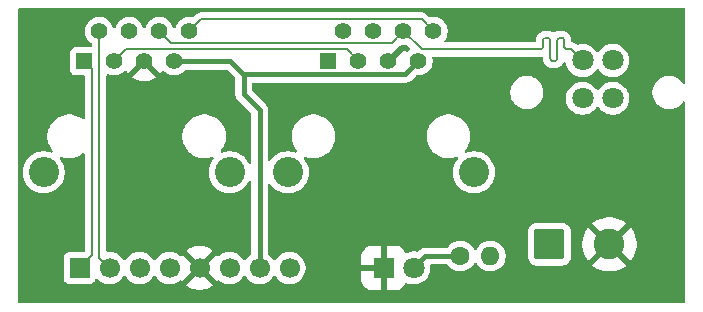
<source format=gbr>
G04 #@! TF.GenerationSoftware,KiCad,Pcbnew,9.0.1*
G04 #@! TF.CreationDate,2025-11-10T23:51:25+01:00*
G04 #@! TF.ProjectId,CAN Tram Adapter,43414e20-5472-4616-9d20-416461707465,rev?*
G04 #@! TF.SameCoordinates,Original*
G04 #@! TF.FileFunction,Copper,L1,Top*
G04 #@! TF.FilePolarity,Positive*
%FSLAX46Y46*%
G04 Gerber Fmt 4.6, Leading zero omitted, Abs format (unit mm)*
G04 Created by KiCad (PCBNEW 9.0.1) date 2025-11-10 23:51:25*
%MOMM*%
%LPD*%
G01*
G04 APERTURE LIST*
G04 Aperture macros list*
%AMRoundRect*
0 Rectangle with rounded corners*
0 $1 Rounding radius*
0 $2 $3 $4 $5 $6 $7 $8 $9 X,Y pos of 4 corners*
0 Add a 4 corners polygon primitive as box body*
4,1,4,$2,$3,$4,$5,$6,$7,$8,$9,$2,$3,0*
0 Add four circle primitives for the rounded corners*
1,1,$1+$1,$2,$3*
1,1,$1+$1,$4,$5*
1,1,$1+$1,$6,$7*
1,1,$1+$1,$8,$9*
0 Add four rect primitives between the rounded corners*
20,1,$1+$1,$2,$3,$4,$5,0*
20,1,$1+$1,$4,$5,$6,$7,0*
20,1,$1+$1,$6,$7,$8,$9,0*
20,1,$1+$1,$8,$9,$2,$3,0*%
G04 Aperture macros list end*
G04 #@! TA.AperFunction,ComponentPad*
%ADD10R,1.700000X1.700000*%
G04 #@! TD*
G04 #@! TA.AperFunction,ComponentPad*
%ADD11C,1.700000*%
G04 #@! TD*
G04 #@! TA.AperFunction,ComponentPad*
%ADD12C,2.550000*%
G04 #@! TD*
G04 #@! TA.AperFunction,ComponentPad*
%ADD13C,1.400000*%
G04 #@! TD*
G04 #@! TA.AperFunction,ComponentPad*
%ADD14R,1.400000X1.400000*%
G04 #@! TD*
G04 #@! TA.AperFunction,ComponentPad*
%ADD15C,1.800000*%
G04 #@! TD*
G04 #@! TA.AperFunction,ComponentPad*
%ADD16C,1.600000*%
G04 #@! TD*
G04 #@! TA.AperFunction,ComponentPad*
%ADD17O,1.600000X1.600000*%
G04 #@! TD*
G04 #@! TA.AperFunction,ComponentPad*
%ADD18RoundRect,0.250000X-1.050000X-1.050000X1.050000X-1.050000X1.050000X1.050000X-1.050000X1.050000X0*%
G04 #@! TD*
G04 #@! TA.AperFunction,ComponentPad*
%ADD19C,2.600000*%
G04 #@! TD*
G04 #@! TA.AperFunction,ComponentPad*
%ADD20R,1.800000X1.800000*%
G04 #@! TD*
G04 #@! TA.AperFunction,Conductor*
%ADD21C,0.400000*%
G04 #@! TD*
G04 #@! TA.AperFunction,Conductor*
%ADD22C,0.200000*%
G04 #@! TD*
G04 APERTURE END LIST*
D10*
X83220000Y-89500000D03*
D11*
X85760000Y-89500000D03*
X88300000Y-89500000D03*
X90840000Y-89500000D03*
X93380000Y-89500000D03*
X95920000Y-89500000D03*
X98460000Y-89500000D03*
X101000000Y-89500000D03*
D12*
X116610000Y-81400000D03*
X100860000Y-81400000D03*
D13*
X113180000Y-69460000D03*
X111910000Y-72000000D03*
X110640000Y-69460000D03*
X109370000Y-72000000D03*
X108100000Y-69460000D03*
X106830000Y-72000000D03*
X105560000Y-69460000D03*
D14*
X104290000Y-72000000D03*
D12*
X95930000Y-81400000D03*
X80180000Y-81400000D03*
D13*
X92500000Y-69460000D03*
X91230000Y-72000000D03*
X89960000Y-69460000D03*
X88690000Y-72000000D03*
X87420000Y-69460000D03*
X86150000Y-72000000D03*
X84880000Y-69460000D03*
D14*
X83610000Y-72000000D03*
D15*
X128355000Y-75135000D03*
X125805000Y-75135000D03*
X125805000Y-71935000D03*
X128355000Y-71935000D03*
D16*
X115460000Y-88500000D03*
D17*
X118000000Y-88500000D03*
D18*
X123000000Y-87500000D03*
D19*
X128080000Y-87500000D03*
D20*
X108960000Y-89500000D03*
D15*
X111500000Y-89500000D03*
D21*
X98460000Y-76110000D02*
X98460000Y-89500000D01*
X97100000Y-74750000D02*
X98460000Y-76110000D01*
X97100000Y-73107106D02*
X97100000Y-74750000D01*
X97093894Y-73101000D02*
X97100000Y-73107106D01*
D22*
X84880000Y-88620000D02*
X85760000Y-89500000D01*
X84880000Y-69460000D02*
X84880000Y-88620000D01*
X84291000Y-88429000D02*
X83220000Y-89500000D01*
X84291000Y-72681000D02*
X84291000Y-88429000D01*
X83610000Y-72000000D02*
X84291000Y-72681000D01*
D21*
X115460000Y-88500000D02*
X112500000Y-88500000D01*
X112500000Y-88500000D02*
X111500000Y-89500000D01*
D22*
X109639000Y-70461000D02*
X110640000Y-69460000D01*
X90961000Y-70461000D02*
X109639000Y-70461000D01*
X89960000Y-69460000D02*
X90961000Y-70461000D01*
X105829000Y-70999000D02*
X106830000Y-72000000D01*
X87151000Y-70999000D02*
X105829000Y-70999000D01*
X86150000Y-72000000D02*
X87151000Y-70999000D01*
X122460555Y-70239000D02*
X122460555Y-70759000D01*
X123060555Y-70759000D02*
X123060555Y-70239000D01*
X123660555Y-70759000D02*
X123660555Y-70999000D01*
X123060555Y-71759000D02*
X123060555Y-70999000D01*
X123060555Y-70999000D02*
X123060555Y-70759000D01*
X122100555Y-70999000D02*
X121828845Y-70999000D01*
X112179000Y-70999000D02*
X110640000Y-69460000D01*
X122220555Y-70999000D02*
X122100555Y-70999000D01*
X125805000Y-71935000D02*
X124869000Y-70999000D01*
X121828845Y-70999000D02*
X112179000Y-70999000D01*
X124020555Y-69999000D02*
X123900555Y-69999000D01*
X123660555Y-70239000D02*
X123660555Y-70759000D01*
X123420555Y-71999000D02*
X123300555Y-71999000D01*
X124260555Y-70759000D02*
X124260555Y-70239000D01*
X124869000Y-70999000D02*
X124500555Y-70999000D01*
X123660555Y-70999000D02*
X123660555Y-71759000D01*
X122820555Y-69999000D02*
X122700555Y-69999000D01*
X122700555Y-69999000D02*
G75*
G03*
X122460600Y-70239000I45J-240000D01*
G01*
X124260555Y-70239000D02*
G75*
G03*
X124020555Y-69999045I-239955J0D01*
G01*
X122460555Y-70759000D02*
G75*
G02*
X122220555Y-70998955I-239955J0D01*
G01*
X124500555Y-70999000D02*
G75*
G02*
X124260600Y-70759000I45J240000D01*
G01*
X123900555Y-69999000D02*
G75*
G03*
X123660600Y-70239000I45J-240000D01*
G01*
X123660555Y-71759000D02*
G75*
G02*
X123420555Y-71998955I-239955J0D01*
G01*
X123060555Y-70239000D02*
G75*
G03*
X122820555Y-69999045I-239955J0D01*
G01*
X123300555Y-71999000D02*
G75*
G02*
X123060600Y-71759000I45J240000D01*
G01*
D21*
X110809000Y-73101000D02*
X111910000Y-72000000D01*
X97093894Y-73101000D02*
X110809000Y-73101000D01*
X95992894Y-72000000D02*
X97093894Y-73101000D01*
X91230000Y-72000000D02*
X95992894Y-72000000D01*
D22*
X112179000Y-68459000D02*
X113180000Y-69460000D01*
X93501000Y-68459000D02*
X112179000Y-68459000D01*
X92500000Y-69460000D02*
X93501000Y-68459000D01*
G04 #@! TA.AperFunction,Conductor*
G36*
X88270667Y-72173694D02*
G01*
X88329910Y-72276306D01*
X88413694Y-72360090D01*
X88516306Y-72419333D01*
X88601414Y-72442137D01*
X87677595Y-73365955D01*
X87677595Y-73365956D01*
X87743507Y-73416533D01*
X87936485Y-73527949D01*
X87936497Y-73527954D01*
X88142381Y-73613236D01*
X88357632Y-73670911D01*
X88357645Y-73670914D01*
X88578575Y-73700000D01*
X88801425Y-73700000D01*
X89022354Y-73670914D01*
X89022367Y-73670911D01*
X89237618Y-73613236D01*
X89443502Y-73527954D01*
X89443514Y-73527949D01*
X89636498Y-73416530D01*
X89702403Y-73365957D01*
X89702404Y-73365956D01*
X88778585Y-72442138D01*
X88863694Y-72419333D01*
X88966306Y-72360090D01*
X89050090Y-72276306D01*
X89109333Y-72173694D01*
X89132138Y-72088585D01*
X90055956Y-73012404D01*
X90055957Y-73012403D01*
X90106530Y-72946497D01*
X90106531Y-72946497D01*
X90161965Y-72850480D01*
X90212531Y-72802263D01*
X90281138Y-72789039D01*
X90346003Y-72815006D01*
X90357034Y-72824797D01*
X90447927Y-72915690D01*
X90600801Y-73026760D01*
X90661218Y-73057544D01*
X90769163Y-73112545D01*
X90769165Y-73112545D01*
X90769168Y-73112547D01*
X90831537Y-73132812D01*
X90948881Y-73170940D01*
X91135514Y-73200500D01*
X91135519Y-73200500D01*
X91324486Y-73200500D01*
X91511118Y-73170940D01*
X91690832Y-73112547D01*
X91859199Y-73026760D01*
X92012073Y-72915690D01*
X92145690Y-72782073D01*
X92167821Y-72751613D01*
X92223152Y-72708948D01*
X92268138Y-72700500D01*
X95651375Y-72700500D01*
X95718414Y-72720185D01*
X95739056Y-72736819D01*
X96363181Y-73360944D01*
X96396666Y-73422267D01*
X96399500Y-73448625D01*
X96399500Y-74681006D01*
X96399500Y-74818994D01*
X96399500Y-74818996D01*
X96399499Y-74818996D01*
X96426418Y-74954322D01*
X96426421Y-74954332D01*
X96479222Y-75081807D01*
X96555887Y-75196545D01*
X96555888Y-75196546D01*
X97723181Y-76363837D01*
X97756666Y-76425160D01*
X97759500Y-76451518D01*
X97759500Y-80555089D01*
X97739815Y-80622128D01*
X97687011Y-80667883D01*
X97617853Y-80677827D01*
X97554297Y-80648802D01*
X97528910Y-80615930D01*
X97527845Y-80616546D01*
X97409446Y-80411475D01*
X97409442Y-80411468D01*
X97267756Y-80226819D01*
X97267751Y-80226813D01*
X97103186Y-80062248D01*
X97103179Y-80062242D01*
X96918540Y-79920564D01*
X96918538Y-79920562D01*
X96918532Y-79920558D01*
X96918527Y-79920555D01*
X96918524Y-79920553D01*
X96716976Y-79804188D01*
X96716960Y-79804180D01*
X96501947Y-79715120D01*
X96438894Y-79698225D01*
X96277126Y-79654879D01*
X96277125Y-79654878D01*
X96277122Y-79654878D01*
X96046382Y-79624501D01*
X96046377Y-79624500D01*
X96046372Y-79624500D01*
X95813628Y-79624500D01*
X95813622Y-79624500D01*
X95813617Y-79624501D01*
X95582877Y-79654878D01*
X95358056Y-79715119D01*
X95341362Y-79722034D01*
X95271892Y-79729501D01*
X95209414Y-79698225D01*
X95173762Y-79638136D01*
X95176257Y-79568311D01*
X95195535Y-79531986D01*
X95311936Y-79380289D01*
X95433224Y-79170212D01*
X95526054Y-78946100D01*
X95588838Y-78711789D01*
X95620500Y-78471288D01*
X95620500Y-78228712D01*
X95588838Y-77988211D01*
X95526054Y-77753900D01*
X95433224Y-77529788D01*
X95311936Y-77319711D01*
X95164265Y-77127262D01*
X95164260Y-77127256D01*
X94992743Y-76955739D01*
X94992736Y-76955733D01*
X94800293Y-76808067D01*
X94800292Y-76808066D01*
X94800289Y-76808064D01*
X94590212Y-76686776D01*
X94590205Y-76686773D01*
X94366104Y-76593947D01*
X94131785Y-76531161D01*
X93891289Y-76499500D01*
X93891288Y-76499500D01*
X93648712Y-76499500D01*
X93648711Y-76499500D01*
X93408214Y-76531161D01*
X93173895Y-76593947D01*
X92949794Y-76686773D01*
X92949785Y-76686777D01*
X92767851Y-76791817D01*
X92749657Y-76802322D01*
X92739706Y-76808067D01*
X92547263Y-76955733D01*
X92547256Y-76955739D01*
X92375739Y-77127256D01*
X92375733Y-77127263D01*
X92228067Y-77319706D01*
X92106777Y-77529785D01*
X92106773Y-77529794D01*
X92013947Y-77753895D01*
X91951161Y-77988214D01*
X91919500Y-78228711D01*
X91919500Y-78471288D01*
X91951161Y-78711785D01*
X92013947Y-78946104D01*
X92106773Y-79170205D01*
X92106776Y-79170212D01*
X92228064Y-79380289D01*
X92228066Y-79380292D01*
X92228067Y-79380293D01*
X92375733Y-79572736D01*
X92375739Y-79572743D01*
X92547256Y-79744260D01*
X92547262Y-79744265D01*
X92739711Y-79891936D01*
X92949788Y-80013224D01*
X93173900Y-80106054D01*
X93408211Y-80168838D01*
X93588586Y-80192584D01*
X93648711Y-80200500D01*
X93648712Y-80200500D01*
X93891289Y-80200500D01*
X93939388Y-80194167D01*
X94131789Y-80168838D01*
X94366100Y-80106054D01*
X94405903Y-80089566D01*
X94475372Y-80082098D01*
X94537851Y-80113373D01*
X94573504Y-80173461D01*
X94571011Y-80243286D01*
X94551732Y-80279614D01*
X94450564Y-80411458D01*
X94450553Y-80411475D01*
X94334188Y-80613023D01*
X94334180Y-80613039D01*
X94245120Y-80828052D01*
X94184878Y-81052877D01*
X94154501Y-81283617D01*
X94154500Y-81283634D01*
X94154500Y-81516365D01*
X94154501Y-81516382D01*
X94184878Y-81747122D01*
X94245120Y-81971947D01*
X94334180Y-82186960D01*
X94334188Y-82186976D01*
X94450553Y-82388524D01*
X94450564Y-82388540D01*
X94592242Y-82573179D01*
X94592248Y-82573186D01*
X94756813Y-82737751D01*
X94756819Y-82737756D01*
X94941468Y-82879442D01*
X94941475Y-82879446D01*
X95143023Y-82995811D01*
X95143039Y-82995819D01*
X95358052Y-83084879D01*
X95358054Y-83084879D01*
X95358060Y-83084882D01*
X95582874Y-83145121D01*
X95813628Y-83175500D01*
X95813635Y-83175500D01*
X96046365Y-83175500D01*
X96046372Y-83175500D01*
X96277126Y-83145121D01*
X96501940Y-83084882D01*
X96559953Y-83060852D01*
X96716960Y-82995819D01*
X96716963Y-82995817D01*
X96716969Y-82995815D01*
X96918532Y-82879442D01*
X97103181Y-82737756D01*
X97267756Y-82573181D01*
X97409442Y-82388532D01*
X97520179Y-82196731D01*
X97527845Y-82183454D01*
X97529504Y-82184412D01*
X97571551Y-82138672D01*
X97639139Y-82120963D01*
X97705572Y-82142607D01*
X97749757Y-82196731D01*
X97759500Y-82244910D01*
X97759500Y-88276452D01*
X97739815Y-88343491D01*
X97708385Y-88376770D01*
X97580213Y-88469890D01*
X97429890Y-88620213D01*
X97304949Y-88792182D01*
X97300484Y-88800946D01*
X97252509Y-88851742D01*
X97184688Y-88868536D01*
X97118553Y-88845998D01*
X97079516Y-88800946D01*
X97075050Y-88792182D01*
X96950109Y-88620213D01*
X96799786Y-88469890D01*
X96627820Y-88344951D01*
X96438414Y-88248444D01*
X96438413Y-88248443D01*
X96438412Y-88248443D01*
X96236243Y-88182754D01*
X96236241Y-88182753D01*
X96236240Y-88182753D01*
X96074957Y-88157208D01*
X96026287Y-88149500D01*
X95813713Y-88149500D01*
X95765042Y-88157208D01*
X95603760Y-88182753D01*
X95401585Y-88248444D01*
X95212179Y-88344951D01*
X95061681Y-88454294D01*
X94995874Y-88477774D01*
X94927821Y-88461948D01*
X94890420Y-88429462D01*
X94852938Y-88380614D01*
X94852936Y-88380614D01*
X93862962Y-89370589D01*
X93845925Y-89307007D01*
X93780099Y-89192993D01*
X93687007Y-89099901D01*
X93572993Y-89034075D01*
X93509407Y-89017037D01*
X94499384Y-88027061D01*
X94410010Y-87958481D01*
X94199992Y-87837227D01*
X94199978Y-87837220D01*
X93975939Y-87744421D01*
X93741687Y-87681653D01*
X93501264Y-87650001D01*
X93501248Y-87650000D01*
X93258752Y-87650000D01*
X93258735Y-87650001D01*
X93018312Y-87681653D01*
X92784060Y-87744421D01*
X92560021Y-87837220D01*
X92560006Y-87837227D01*
X92349990Y-87958480D01*
X92260614Y-88027060D01*
X92260614Y-88027061D01*
X93250590Y-89017037D01*
X93187007Y-89034075D01*
X93072993Y-89099901D01*
X92979901Y-89192993D01*
X92914075Y-89307007D01*
X92897037Y-89370590D01*
X91907061Y-88380614D01*
X91907059Y-88380614D01*
X91869579Y-88429461D01*
X91813151Y-88470664D01*
X91743405Y-88474819D01*
X91698318Y-88454294D01*
X91547815Y-88344948D01*
X91358414Y-88248444D01*
X91358413Y-88248443D01*
X91358412Y-88248443D01*
X91156243Y-88182754D01*
X90946287Y-88149500D01*
X90733713Y-88149500D01*
X90685042Y-88157208D01*
X90523760Y-88182753D01*
X90321585Y-88248444D01*
X90132179Y-88344951D01*
X89960213Y-88469890D01*
X89809890Y-88620213D01*
X89684949Y-88792182D01*
X89680484Y-88800946D01*
X89632509Y-88851742D01*
X89564688Y-88868536D01*
X89498553Y-88845998D01*
X89459516Y-88800946D01*
X89455050Y-88792182D01*
X89330109Y-88620213D01*
X89179786Y-88469890D01*
X89007820Y-88344951D01*
X88818414Y-88248444D01*
X88818413Y-88248443D01*
X88818412Y-88248443D01*
X88616243Y-88182754D01*
X88616241Y-88182753D01*
X88616240Y-88182753D01*
X88454957Y-88157208D01*
X88406287Y-88149500D01*
X88193713Y-88149500D01*
X88145042Y-88157208D01*
X87983760Y-88182753D01*
X87781585Y-88248444D01*
X87592179Y-88344951D01*
X87420213Y-88469890D01*
X87269890Y-88620213D01*
X87144949Y-88792182D01*
X87140484Y-88800946D01*
X87092509Y-88851742D01*
X87024688Y-88868536D01*
X86958553Y-88845998D01*
X86919516Y-88800946D01*
X86915050Y-88792182D01*
X86790109Y-88620213D01*
X86639786Y-88469890D01*
X86467820Y-88344951D01*
X86278414Y-88248444D01*
X86278413Y-88248443D01*
X86278412Y-88248443D01*
X86076243Y-88182754D01*
X86076241Y-88182753D01*
X86076240Y-88182753D01*
X85914957Y-88157208D01*
X85866287Y-88149500D01*
X85653713Y-88149500D01*
X85623897Y-88154222D01*
X85554603Y-88145266D01*
X85501152Y-88100269D01*
X85480513Y-88033517D01*
X85480500Y-88031748D01*
X85480500Y-73208575D01*
X85500185Y-73141536D01*
X85552989Y-73095781D01*
X85622147Y-73085837D01*
X85660796Y-73098091D01*
X85689161Y-73112544D01*
X85689164Y-73112544D01*
X85689168Y-73112547D01*
X85785333Y-73143793D01*
X85868881Y-73170940D01*
X86055514Y-73200500D01*
X86055519Y-73200500D01*
X86244486Y-73200500D01*
X86275865Y-73195530D01*
X86431118Y-73170940D01*
X86610832Y-73112547D01*
X86779199Y-73026760D01*
X86932073Y-72915690D01*
X87022967Y-72824795D01*
X87084286Y-72791313D01*
X87153978Y-72796297D01*
X87209912Y-72838168D01*
X87218032Y-72850479D01*
X87273468Y-72946497D01*
X87273473Y-72946504D01*
X87324040Y-73012403D01*
X87324043Y-73012403D01*
X88247861Y-72088584D01*
X88270667Y-72173694D01*
G37*
G04 #@! TD.AperFunction*
G04 #@! TA.AperFunction,Conductor*
G36*
X110963045Y-70644228D02*
G01*
X111000831Y-70670066D01*
X111191579Y-70860814D01*
X111197485Y-70871631D01*
X111206949Y-70879528D01*
X111213916Y-70901722D01*
X111225064Y-70922137D01*
X111224184Y-70934429D01*
X111227877Y-70946190D01*
X111221739Y-70968626D01*
X111220080Y-70991829D01*
X111212692Y-71001696D01*
X111209441Y-71013584D01*
X111186828Y-71040683D01*
X111182015Y-71045012D01*
X111127927Y-71084310D01*
X111034722Y-71177514D01*
X111032283Y-71179709D01*
X111003608Y-71193453D01*
X110975710Y-71208687D01*
X110972333Y-71208445D01*
X110969278Y-71209910D01*
X110937731Y-71205970D01*
X110906019Y-71203703D01*
X110903306Y-71201672D01*
X110899947Y-71201253D01*
X110875544Y-71180889D01*
X110850085Y-71161831D01*
X110848901Y-71158656D01*
X110846302Y-71156488D01*
X110841965Y-71149520D01*
X110786531Y-71053504D01*
X110735956Y-70987595D01*
X110735955Y-70987595D01*
X109812137Y-71911413D01*
X109789333Y-71826306D01*
X109730090Y-71723694D01*
X109646306Y-71639910D01*
X109543694Y-71580667D01*
X109458584Y-71557861D01*
X110337190Y-70679255D01*
X110398513Y-70645770D01*
X110444264Y-70644463D01*
X110504985Y-70654080D01*
X110545515Y-70660500D01*
X110545519Y-70660500D01*
X110734486Y-70660500D01*
X110851017Y-70642042D01*
X110893753Y-70635274D01*
X110963045Y-70644228D01*
G37*
G04 #@! TD.AperFunction*
G04 #@! TA.AperFunction,Conductor*
G36*
X134442539Y-67520185D02*
G01*
X134488294Y-67572989D01*
X134499500Y-67624500D01*
X134499500Y-73772530D01*
X134479815Y-73839569D01*
X134427011Y-73885324D01*
X134357853Y-73895268D01*
X134294297Y-73866243D01*
X134275182Y-73845415D01*
X134193247Y-73732641D01*
X134193243Y-73732636D01*
X134037363Y-73576756D01*
X134037358Y-73576752D01*
X133859025Y-73447187D01*
X133859024Y-73447186D01*
X133859022Y-73447185D01*
X133761046Y-73397263D01*
X133662606Y-73347104D01*
X133662603Y-73347103D01*
X133452952Y-73278985D01*
X133344086Y-73261742D01*
X133235222Y-73244500D01*
X133014778Y-73244500D01*
X132942201Y-73255995D01*
X132797047Y-73278985D01*
X132587396Y-73347103D01*
X132587393Y-73347104D01*
X132390974Y-73447187D01*
X132212641Y-73576752D01*
X132212636Y-73576756D01*
X132056756Y-73732636D01*
X132056752Y-73732641D01*
X131927187Y-73910974D01*
X131827104Y-74107393D01*
X131827103Y-74107396D01*
X131758985Y-74317047D01*
X131724500Y-74534778D01*
X131724500Y-74755221D01*
X131758985Y-74972952D01*
X131827103Y-75182603D01*
X131827104Y-75182606D01*
X131927187Y-75379025D01*
X132056752Y-75557358D01*
X132056756Y-75557363D01*
X132212636Y-75713243D01*
X132212641Y-75713247D01*
X132368192Y-75826260D01*
X132390978Y-75842815D01*
X132514331Y-75905667D01*
X132587393Y-75942895D01*
X132587396Y-75942896D01*
X132692221Y-75976955D01*
X132797049Y-76011015D01*
X133014778Y-76045500D01*
X133014779Y-76045500D01*
X133235221Y-76045500D01*
X133235222Y-76045500D01*
X133452951Y-76011015D01*
X133662606Y-75942895D01*
X133859022Y-75842815D01*
X134037365Y-75713242D01*
X134193242Y-75557365D01*
X134275182Y-75444582D01*
X134330511Y-75401918D01*
X134400124Y-75395939D01*
X134461920Y-75428544D01*
X134496277Y-75489383D01*
X134499500Y-75517469D01*
X134499500Y-92375500D01*
X134479815Y-92442539D01*
X134427011Y-92488294D01*
X134375500Y-92499500D01*
X78124500Y-92499500D01*
X78057461Y-92479815D01*
X78011706Y-92427011D01*
X78000500Y-92375500D01*
X78000500Y-81283634D01*
X78404500Y-81283634D01*
X78404500Y-81516365D01*
X78404501Y-81516382D01*
X78434878Y-81747122D01*
X78495120Y-81971947D01*
X78584180Y-82186960D01*
X78584188Y-82186976D01*
X78700553Y-82388524D01*
X78700564Y-82388540D01*
X78842242Y-82573179D01*
X78842248Y-82573186D01*
X79006813Y-82737751D01*
X79006819Y-82737756D01*
X79191468Y-82879442D01*
X79191475Y-82879446D01*
X79393023Y-82995811D01*
X79393039Y-82995819D01*
X79608052Y-83084879D01*
X79608054Y-83084879D01*
X79608060Y-83084882D01*
X79832874Y-83145121D01*
X80063628Y-83175500D01*
X80063635Y-83175500D01*
X80296365Y-83175500D01*
X80296372Y-83175500D01*
X80527126Y-83145121D01*
X80751940Y-83084882D01*
X80809953Y-83060852D01*
X80966960Y-82995819D01*
X80966963Y-82995817D01*
X80966969Y-82995815D01*
X81168532Y-82879442D01*
X81353181Y-82737756D01*
X81517756Y-82573181D01*
X81659442Y-82388532D01*
X81775815Y-82186969D01*
X81864882Y-81971940D01*
X81925121Y-81747126D01*
X81955500Y-81516372D01*
X81955500Y-81283628D01*
X81925121Y-81052874D01*
X81864882Y-80828060D01*
X81864879Y-80828052D01*
X81775819Y-80613039D01*
X81775811Y-80613023D01*
X81659446Y-80411475D01*
X81659442Y-80411468D01*
X81558267Y-80279614D01*
X81533073Y-80214445D01*
X81547111Y-80146000D01*
X81595925Y-80096011D01*
X81664017Y-80080347D01*
X81704096Y-80089567D01*
X81743895Y-80106052D01*
X81743900Y-80106054D01*
X81978211Y-80168838D01*
X82158586Y-80192584D01*
X82218711Y-80200500D01*
X82218712Y-80200500D01*
X82461289Y-80200500D01*
X82509388Y-80194167D01*
X82701789Y-80168838D01*
X82936100Y-80106054D01*
X83160212Y-80013224D01*
X83370289Y-79891936D01*
X83491014Y-79799301D01*
X83556183Y-79774107D01*
X83624628Y-79788145D01*
X83674617Y-79836959D01*
X83690500Y-79897677D01*
X83690500Y-88025500D01*
X83670815Y-88092539D01*
X83618011Y-88138294D01*
X83566500Y-88149500D01*
X82322129Y-88149500D01*
X82322123Y-88149501D01*
X82262516Y-88155908D01*
X82127671Y-88206202D01*
X82127664Y-88206206D01*
X82012455Y-88292452D01*
X82012452Y-88292455D01*
X81926206Y-88407664D01*
X81926202Y-88407671D01*
X81875908Y-88542517D01*
X81869501Y-88602116D01*
X81869500Y-88602135D01*
X81869500Y-90397870D01*
X81869501Y-90397876D01*
X81875908Y-90457483D01*
X81926202Y-90592328D01*
X81926206Y-90592335D01*
X82012452Y-90707544D01*
X82012455Y-90707547D01*
X82127664Y-90793793D01*
X82127671Y-90793797D01*
X82262517Y-90844091D01*
X82262516Y-90844091D01*
X82269444Y-90844835D01*
X82322127Y-90850500D01*
X84117872Y-90850499D01*
X84177483Y-90844091D01*
X84312331Y-90793796D01*
X84427546Y-90707546D01*
X84513796Y-90592331D01*
X84562810Y-90460916D01*
X84604681Y-90404984D01*
X84670145Y-90380566D01*
X84738418Y-90395417D01*
X84766673Y-90416569D01*
X84880213Y-90530109D01*
X85052179Y-90655048D01*
X85052181Y-90655049D01*
X85052184Y-90655051D01*
X85241588Y-90751557D01*
X85443757Y-90817246D01*
X85653713Y-90850500D01*
X85653714Y-90850500D01*
X85866286Y-90850500D01*
X85866287Y-90850500D01*
X86076243Y-90817246D01*
X86278412Y-90751557D01*
X86467816Y-90655051D01*
X86554138Y-90592335D01*
X86639786Y-90530109D01*
X86639788Y-90530106D01*
X86639792Y-90530104D01*
X86790104Y-90379792D01*
X86790106Y-90379788D01*
X86790109Y-90379786D01*
X86915048Y-90207820D01*
X86915047Y-90207820D01*
X86915051Y-90207816D01*
X86919514Y-90199054D01*
X86967488Y-90148259D01*
X87035308Y-90131463D01*
X87101444Y-90153999D01*
X87140486Y-90199056D01*
X87144951Y-90207820D01*
X87269890Y-90379786D01*
X87420213Y-90530109D01*
X87592179Y-90655048D01*
X87592181Y-90655049D01*
X87592184Y-90655051D01*
X87781588Y-90751557D01*
X87983757Y-90817246D01*
X88193713Y-90850500D01*
X88193714Y-90850500D01*
X88406286Y-90850500D01*
X88406287Y-90850500D01*
X88616243Y-90817246D01*
X88818412Y-90751557D01*
X89007816Y-90655051D01*
X89094138Y-90592335D01*
X89179786Y-90530109D01*
X89179788Y-90530106D01*
X89179792Y-90530104D01*
X89330104Y-90379792D01*
X89330106Y-90379788D01*
X89330109Y-90379786D01*
X89455048Y-90207820D01*
X89455047Y-90207820D01*
X89455051Y-90207816D01*
X89459514Y-90199054D01*
X89507488Y-90148259D01*
X89575308Y-90131463D01*
X89641444Y-90153999D01*
X89680486Y-90199056D01*
X89684951Y-90207820D01*
X89809890Y-90379786D01*
X89960213Y-90530109D01*
X90132179Y-90655048D01*
X90132181Y-90655049D01*
X90132184Y-90655051D01*
X90321588Y-90751557D01*
X90523757Y-90817246D01*
X90733713Y-90850500D01*
X90733714Y-90850500D01*
X90946286Y-90850500D01*
X90946287Y-90850500D01*
X91156243Y-90817246D01*
X91358412Y-90751557D01*
X91547816Y-90655051D01*
X91698318Y-90545706D01*
X91764124Y-90522226D01*
X91832178Y-90538052D01*
X91869579Y-90570537D01*
X91907061Y-90619384D01*
X92897037Y-89629408D01*
X92914075Y-89692993D01*
X92979901Y-89807007D01*
X93072993Y-89900099D01*
X93187007Y-89965925D01*
X93250590Y-89982962D01*
X92260614Y-90972936D01*
X92260614Y-90972937D01*
X92349989Y-91041517D01*
X92349996Y-91041522D01*
X92560007Y-91162772D01*
X92560021Y-91162779D01*
X92784060Y-91255578D01*
X93018312Y-91318346D01*
X93258735Y-91349998D01*
X93258752Y-91350000D01*
X93501248Y-91350000D01*
X93501264Y-91349998D01*
X93741687Y-91318346D01*
X93975939Y-91255578D01*
X94199978Y-91162779D01*
X94199992Y-91162772D01*
X94410016Y-91041515D01*
X94499384Y-90972939D01*
X94499384Y-90972936D01*
X93509409Y-89982962D01*
X93572993Y-89965925D01*
X93687007Y-89900099D01*
X93780099Y-89807007D01*
X93845925Y-89692993D01*
X93862962Y-89629409D01*
X94852936Y-90619384D01*
X94852937Y-90619384D01*
X94890420Y-90570537D01*
X94946848Y-90529335D01*
X95016595Y-90525180D01*
X95061681Y-90545706D01*
X95212179Y-90655048D01*
X95212181Y-90655049D01*
X95212184Y-90655051D01*
X95401588Y-90751557D01*
X95603757Y-90817246D01*
X95813713Y-90850500D01*
X95813714Y-90850500D01*
X96026286Y-90850500D01*
X96026287Y-90850500D01*
X96236243Y-90817246D01*
X96438412Y-90751557D01*
X96627816Y-90655051D01*
X96714138Y-90592335D01*
X96799786Y-90530109D01*
X96799788Y-90530106D01*
X96799792Y-90530104D01*
X96950104Y-90379792D01*
X96950106Y-90379788D01*
X96950109Y-90379786D01*
X97075048Y-90207820D01*
X97075047Y-90207820D01*
X97075051Y-90207816D01*
X97079514Y-90199054D01*
X97127488Y-90148259D01*
X97195308Y-90131463D01*
X97261444Y-90153999D01*
X97300486Y-90199056D01*
X97304951Y-90207820D01*
X97429890Y-90379786D01*
X97580213Y-90530109D01*
X97752179Y-90655048D01*
X97752181Y-90655049D01*
X97752184Y-90655051D01*
X97941588Y-90751557D01*
X98143757Y-90817246D01*
X98353713Y-90850500D01*
X98353714Y-90850500D01*
X98566286Y-90850500D01*
X98566287Y-90850500D01*
X98776243Y-90817246D01*
X98978412Y-90751557D01*
X99167816Y-90655051D01*
X99254138Y-90592335D01*
X99339786Y-90530109D01*
X99339788Y-90530106D01*
X99339792Y-90530104D01*
X99490104Y-90379792D01*
X99490106Y-90379788D01*
X99490109Y-90379786D01*
X99615048Y-90207820D01*
X99615047Y-90207820D01*
X99615051Y-90207816D01*
X99619514Y-90199054D01*
X99667488Y-90148259D01*
X99735308Y-90131463D01*
X99801444Y-90153999D01*
X99840486Y-90199056D01*
X99844951Y-90207820D01*
X99969890Y-90379786D01*
X100120213Y-90530109D01*
X100292179Y-90655048D01*
X100292181Y-90655049D01*
X100292184Y-90655051D01*
X100481588Y-90751557D01*
X100683757Y-90817246D01*
X100893713Y-90850500D01*
X100893714Y-90850500D01*
X101106286Y-90850500D01*
X101106287Y-90850500D01*
X101316243Y-90817246D01*
X101518412Y-90751557D01*
X101707816Y-90655051D01*
X101794138Y-90592335D01*
X101879786Y-90530109D01*
X101879788Y-90530106D01*
X101879792Y-90530104D01*
X102030104Y-90379792D01*
X102030106Y-90379788D01*
X102030109Y-90379786D01*
X102155048Y-90207820D01*
X102155047Y-90207820D01*
X102155051Y-90207816D01*
X102251557Y-90018412D01*
X102317246Y-89816243D01*
X102350500Y-89606287D01*
X102350500Y-89393713D01*
X102317246Y-89183757D01*
X102251557Y-88981588D01*
X102155051Y-88792184D01*
X102155049Y-88792181D01*
X102155048Y-88792179D01*
X102030111Y-88620216D01*
X102030103Y-88620207D01*
X101951895Y-88541999D01*
X107060000Y-88541999D01*
X107060000Y-89250000D01*
X108584722Y-89250000D01*
X108540667Y-89326306D01*
X108510000Y-89440756D01*
X108510000Y-89559244D01*
X108540667Y-89673694D01*
X108584722Y-89750000D01*
X107060000Y-89750000D01*
X107060000Y-90458000D01*
X107070608Y-90577325D01*
X107070609Y-90577328D01*
X107126557Y-90772861D01*
X107220721Y-90953129D01*
X107349246Y-91110753D01*
X107506870Y-91239278D01*
X107687138Y-91333442D01*
X107882671Y-91389390D01*
X107882674Y-91389391D01*
X108001999Y-91399999D01*
X108002002Y-91400000D01*
X108710000Y-91400000D01*
X108710000Y-89875277D01*
X108786306Y-89919333D01*
X108900756Y-89950000D01*
X109019244Y-89950000D01*
X109133694Y-89919333D01*
X109210000Y-89875277D01*
X109210000Y-91400000D01*
X109917998Y-91400000D01*
X109918000Y-91399999D01*
X110037325Y-91389391D01*
X110037328Y-91389390D01*
X110232861Y-91333442D01*
X110413129Y-91239278D01*
X110570753Y-91110753D01*
X110699278Y-90953129D01*
X110761797Y-90833444D01*
X110810284Y-90783136D01*
X110878271Y-90767029D01*
X110927999Y-90780370D01*
X110962394Y-90797895D01*
X110962395Y-90797895D01*
X110962396Y-90797896D01*
X111021951Y-90817246D01*
X111172049Y-90866015D01*
X111389778Y-90900500D01*
X111389779Y-90900500D01*
X111610221Y-90900500D01*
X111610222Y-90900500D01*
X111827951Y-90866015D01*
X112037606Y-90797895D01*
X112234022Y-90697815D01*
X112412365Y-90568242D01*
X112568242Y-90412365D01*
X112697815Y-90234022D01*
X112797895Y-90037606D01*
X112866015Y-89827951D01*
X112900500Y-89610222D01*
X112900500Y-89389778D01*
X112893233Y-89343897D01*
X112902187Y-89274605D01*
X112947183Y-89221153D01*
X113013935Y-89200513D01*
X113015706Y-89200500D01*
X114298256Y-89200500D01*
X114365295Y-89220185D01*
X114398575Y-89251616D01*
X114468030Y-89347215D01*
X114612786Y-89491971D01*
X114714441Y-89565826D01*
X114778390Y-89612287D01*
X114894607Y-89671503D01*
X114960776Y-89705218D01*
X114960778Y-89705218D01*
X114960781Y-89705220D01*
X115065137Y-89739127D01*
X115155465Y-89768477D01*
X115256557Y-89784488D01*
X115357648Y-89800500D01*
X115357649Y-89800500D01*
X115562351Y-89800500D01*
X115562352Y-89800500D01*
X115764534Y-89768477D01*
X115959219Y-89705220D01*
X116141610Y-89612287D01*
X116234590Y-89544732D01*
X116307213Y-89491971D01*
X116307215Y-89491968D01*
X116307219Y-89491966D01*
X116451966Y-89347219D01*
X116451968Y-89347215D01*
X116451971Y-89347213D01*
X116572284Y-89181614D01*
X116572285Y-89181613D01*
X116572287Y-89181610D01*
X116619516Y-89088917D01*
X116667489Y-89038123D01*
X116735310Y-89021328D01*
X116801445Y-89043865D01*
X116840483Y-89088917D01*
X116867894Y-89142713D01*
X116887715Y-89181614D01*
X117008028Y-89347213D01*
X117152786Y-89491971D01*
X117254441Y-89565826D01*
X117318390Y-89612287D01*
X117434607Y-89671503D01*
X117500776Y-89705218D01*
X117500778Y-89705218D01*
X117500781Y-89705220D01*
X117605137Y-89739127D01*
X117695465Y-89768477D01*
X117796557Y-89784488D01*
X117897648Y-89800500D01*
X117897649Y-89800500D01*
X118102351Y-89800500D01*
X118102352Y-89800500D01*
X118304534Y-89768477D01*
X118499219Y-89705220D01*
X118681610Y-89612287D01*
X118774590Y-89544732D01*
X118847213Y-89491971D01*
X118847215Y-89491968D01*
X118847219Y-89491966D01*
X118991966Y-89347219D01*
X118991968Y-89347215D01*
X118991971Y-89347213D01*
X119073632Y-89234814D01*
X119112287Y-89181610D01*
X119205220Y-88999219D01*
X119268477Y-88804534D01*
X119300500Y-88602352D01*
X119300500Y-88397648D01*
X119297193Y-88376770D01*
X119268477Y-88195465D01*
X119220195Y-88046870D01*
X119205220Y-88000781D01*
X119205218Y-88000778D01*
X119205218Y-88000776D01*
X119171503Y-87934607D01*
X119112287Y-87818390D01*
X119092424Y-87791051D01*
X118991971Y-87652786D01*
X118847213Y-87508028D01*
X118681613Y-87387715D01*
X118681612Y-87387714D01*
X118681610Y-87387713D01*
X118606103Y-87349240D01*
X118499223Y-87294781D01*
X118304534Y-87231522D01*
X118129995Y-87203878D01*
X118102352Y-87199500D01*
X117897648Y-87199500D01*
X117873329Y-87203351D01*
X117695465Y-87231522D01*
X117500776Y-87294781D01*
X117318386Y-87387715D01*
X117152786Y-87508028D01*
X117008028Y-87652786D01*
X116887715Y-87818386D01*
X116840485Y-87911080D01*
X116792510Y-87961876D01*
X116724689Y-87978671D01*
X116658554Y-87956134D01*
X116619515Y-87911080D01*
X116603284Y-87879225D01*
X116572287Y-87818390D01*
X116552424Y-87791051D01*
X116451971Y-87652786D01*
X116307213Y-87508028D01*
X116141613Y-87387715D01*
X116141612Y-87387714D01*
X116141610Y-87387713D01*
X116066103Y-87349240D01*
X115959223Y-87294781D01*
X115764534Y-87231522D01*
X115589995Y-87203878D01*
X115562352Y-87199500D01*
X115357648Y-87199500D01*
X115333329Y-87203351D01*
X115155465Y-87231522D01*
X114960776Y-87294781D01*
X114778386Y-87387715D01*
X114612786Y-87508028D01*
X114468030Y-87652784D01*
X114398575Y-87748384D01*
X114343245Y-87791051D01*
X114298256Y-87799500D01*
X112431004Y-87799500D01*
X112295677Y-87826418D01*
X112295667Y-87826421D01*
X112168192Y-87879222D01*
X112053459Y-87955884D01*
X112053457Y-87955886D01*
X111913549Y-88095792D01*
X111852228Y-88129276D01*
X111806472Y-88130583D01*
X111610222Y-88099500D01*
X111389778Y-88099500D01*
X111317201Y-88110995D01*
X111172047Y-88133985D01*
X110962396Y-88202103D01*
X110962387Y-88202107D01*
X110927999Y-88219629D01*
X110859329Y-88232525D01*
X110794589Y-88206248D01*
X110761796Y-88166555D01*
X110699278Y-88046870D01*
X110570753Y-87889246D01*
X110413129Y-87760721D01*
X110232861Y-87666557D01*
X110037328Y-87610609D01*
X110037325Y-87610608D01*
X109918000Y-87600000D01*
X109210000Y-87600000D01*
X109210000Y-89124722D01*
X109133694Y-89080667D01*
X109019244Y-89050000D01*
X108900756Y-89050000D01*
X108786306Y-89080667D01*
X108710000Y-89124722D01*
X108710000Y-87600000D01*
X108001999Y-87600000D01*
X107882674Y-87610608D01*
X107882671Y-87610609D01*
X107687138Y-87666557D01*
X107506870Y-87760721D01*
X107349246Y-87889246D01*
X107220721Y-88046870D01*
X107126557Y-88227138D01*
X107070609Y-88422671D01*
X107070608Y-88422674D01*
X107060000Y-88541999D01*
X101951895Y-88541999D01*
X101879786Y-88469890D01*
X101707820Y-88344951D01*
X101518414Y-88248444D01*
X101518413Y-88248443D01*
X101518412Y-88248443D01*
X101316243Y-88182754D01*
X101316241Y-88182753D01*
X101316240Y-88182753D01*
X101154957Y-88157208D01*
X101106287Y-88149500D01*
X100893713Y-88149500D01*
X100845042Y-88157208D01*
X100683760Y-88182753D01*
X100481585Y-88248444D01*
X100292179Y-88344951D01*
X100120213Y-88469890D01*
X99969890Y-88620213D01*
X99844949Y-88792182D01*
X99840484Y-88800946D01*
X99792509Y-88851742D01*
X99724688Y-88868536D01*
X99658553Y-88845998D01*
X99619516Y-88800946D01*
X99615050Y-88792182D01*
X99490109Y-88620213D01*
X99339786Y-88469890D01*
X99211615Y-88376770D01*
X99168949Y-88321441D01*
X99160500Y-88276452D01*
X99160500Y-86399983D01*
X121199500Y-86399983D01*
X121199500Y-88600001D01*
X121199501Y-88600018D01*
X121210000Y-88702796D01*
X121210001Y-88702799D01*
X121235769Y-88780561D01*
X121265186Y-88869334D01*
X121357288Y-89018656D01*
X121481344Y-89142712D01*
X121630666Y-89234814D01*
X121797203Y-89289999D01*
X121899991Y-89300500D01*
X124100008Y-89300499D01*
X124202797Y-89289999D01*
X124369334Y-89234814D01*
X124518656Y-89142712D01*
X124642712Y-89018656D01*
X124734814Y-88869334D01*
X124789999Y-88702797D01*
X124800500Y-88600009D01*
X124800499Y-87349256D01*
X125780000Y-87349256D01*
X125780000Y-87650743D01*
X125780001Y-87650759D01*
X125819353Y-87949667D01*
X125897389Y-88240901D01*
X126012765Y-88519443D01*
X126012770Y-88519454D01*
X126163512Y-88780545D01*
X126163523Y-88780561D01*
X126286115Y-88940328D01*
X126286117Y-88940328D01*
X127478958Y-87747487D01*
X127503978Y-87807890D01*
X127575112Y-87914351D01*
X127665649Y-88004888D01*
X127772110Y-88076022D01*
X127832511Y-88101041D01*
X126639670Y-89293881D01*
X126639670Y-89293882D01*
X126799438Y-89416476D01*
X126799454Y-89416487D01*
X127060545Y-89567229D01*
X127060556Y-89567234D01*
X127339098Y-89682610D01*
X127630332Y-89760646D01*
X127929240Y-89799998D01*
X127929257Y-89800000D01*
X128230743Y-89800000D01*
X128230759Y-89799998D01*
X128529667Y-89760646D01*
X128820901Y-89682610D01*
X129099443Y-89567234D01*
X129099454Y-89567229D01*
X129360545Y-89416487D01*
X129360553Y-89416481D01*
X129520328Y-89293881D01*
X128327488Y-88101041D01*
X128387890Y-88076022D01*
X128494351Y-88004888D01*
X128584888Y-87914351D01*
X128656022Y-87807890D01*
X128681041Y-87747488D01*
X129873881Y-88940328D01*
X129996481Y-88780553D01*
X129996487Y-88780545D01*
X130147229Y-88519454D01*
X130147234Y-88519443D01*
X130262610Y-88240901D01*
X130340646Y-87949667D01*
X130379998Y-87650759D01*
X130380000Y-87650743D01*
X130380000Y-87349256D01*
X130379998Y-87349240D01*
X130340646Y-87050332D01*
X130262610Y-86759098D01*
X130147234Y-86480556D01*
X130147229Y-86480545D01*
X129996487Y-86219454D01*
X129996476Y-86219438D01*
X129873881Y-86059670D01*
X128681041Y-87252510D01*
X128656022Y-87192110D01*
X128584888Y-87085649D01*
X128494351Y-86995112D01*
X128387890Y-86923978D01*
X128327487Y-86898957D01*
X129520328Y-85706117D01*
X129520328Y-85706115D01*
X129360561Y-85583523D01*
X129360545Y-85583512D01*
X129099454Y-85432770D01*
X129099443Y-85432765D01*
X128820901Y-85317389D01*
X128529667Y-85239353D01*
X128230759Y-85200001D01*
X128230743Y-85200000D01*
X127929257Y-85200000D01*
X127929240Y-85200001D01*
X127630332Y-85239353D01*
X127339098Y-85317389D01*
X127060556Y-85432765D01*
X127060545Y-85432770D01*
X126799442Y-85583520D01*
X126639670Y-85706116D01*
X126639670Y-85706117D01*
X127832511Y-86898958D01*
X127772110Y-86923978D01*
X127665649Y-86995112D01*
X127575112Y-87085649D01*
X127503978Y-87192110D01*
X127478958Y-87252511D01*
X126286117Y-86059670D01*
X126286116Y-86059670D01*
X126163520Y-86219442D01*
X126012770Y-86480545D01*
X126012765Y-86480556D01*
X125897389Y-86759098D01*
X125819353Y-87050332D01*
X125780001Y-87349240D01*
X125780000Y-87349256D01*
X124800499Y-87349256D01*
X124800499Y-86399992D01*
X124789999Y-86297203D01*
X124734814Y-86130666D01*
X124642712Y-85981344D01*
X124518656Y-85857288D01*
X124369334Y-85765186D01*
X124202797Y-85710001D01*
X124202795Y-85710000D01*
X124100010Y-85699500D01*
X121899998Y-85699500D01*
X121899981Y-85699501D01*
X121797203Y-85710000D01*
X121797200Y-85710001D01*
X121630668Y-85765185D01*
X121630663Y-85765187D01*
X121481342Y-85857289D01*
X121357289Y-85981342D01*
X121265187Y-86130663D01*
X121265186Y-86130666D01*
X121210001Y-86297203D01*
X121210001Y-86297204D01*
X121210000Y-86297204D01*
X121199500Y-86399983D01*
X99160500Y-86399983D01*
X99160500Y-82467039D01*
X99180185Y-82400000D01*
X99232989Y-82354245D01*
X99302147Y-82344301D01*
X99365703Y-82373326D01*
X99382876Y-82391553D01*
X99522242Y-82573179D01*
X99522248Y-82573186D01*
X99686813Y-82737751D01*
X99686819Y-82737756D01*
X99871468Y-82879442D01*
X99871475Y-82879446D01*
X100073023Y-82995811D01*
X100073039Y-82995819D01*
X100288052Y-83084879D01*
X100288054Y-83084879D01*
X100288060Y-83084882D01*
X100512874Y-83145121D01*
X100743628Y-83175500D01*
X100743635Y-83175500D01*
X100976365Y-83175500D01*
X100976372Y-83175500D01*
X101207126Y-83145121D01*
X101431940Y-83084882D01*
X101489953Y-83060852D01*
X101646960Y-82995819D01*
X101646963Y-82995817D01*
X101646969Y-82995815D01*
X101848532Y-82879442D01*
X102033181Y-82737756D01*
X102197756Y-82573181D01*
X102339442Y-82388532D01*
X102455815Y-82186969D01*
X102544882Y-81971940D01*
X102605121Y-81747126D01*
X102635500Y-81516372D01*
X102635500Y-81283628D01*
X102605121Y-81052874D01*
X102544882Y-80828060D01*
X102544879Y-80828052D01*
X102455819Y-80613039D01*
X102455811Y-80613023D01*
X102339446Y-80411475D01*
X102339442Y-80411468D01*
X102238267Y-80279614D01*
X102213073Y-80214445D01*
X102227111Y-80146000D01*
X102275925Y-80096011D01*
X102344017Y-80080347D01*
X102384096Y-80089567D01*
X102423895Y-80106052D01*
X102423900Y-80106054D01*
X102658211Y-80168838D01*
X102838586Y-80192584D01*
X102898711Y-80200500D01*
X102898712Y-80200500D01*
X103141289Y-80200500D01*
X103189388Y-80194167D01*
X103381789Y-80168838D01*
X103616100Y-80106054D01*
X103840212Y-80013224D01*
X104050289Y-79891936D01*
X104242738Y-79744265D01*
X104414265Y-79572738D01*
X104561936Y-79380289D01*
X104683224Y-79170212D01*
X104776054Y-78946100D01*
X104838838Y-78711789D01*
X104870500Y-78471288D01*
X104870500Y-78228712D01*
X104870500Y-78228711D01*
X112599500Y-78228711D01*
X112599500Y-78471288D01*
X112631161Y-78711785D01*
X112693947Y-78946104D01*
X112786773Y-79170205D01*
X112786776Y-79170212D01*
X112908064Y-79380289D01*
X112908066Y-79380292D01*
X112908067Y-79380293D01*
X113055733Y-79572736D01*
X113055739Y-79572743D01*
X113227256Y-79744260D01*
X113227262Y-79744265D01*
X113419711Y-79891936D01*
X113629788Y-80013224D01*
X113853900Y-80106054D01*
X114088211Y-80168838D01*
X114268586Y-80192584D01*
X114328711Y-80200500D01*
X114328712Y-80200500D01*
X114571289Y-80200500D01*
X114619388Y-80194167D01*
X114811789Y-80168838D01*
X115046100Y-80106054D01*
X115085903Y-80089566D01*
X115155372Y-80082098D01*
X115217851Y-80113373D01*
X115253504Y-80173461D01*
X115251011Y-80243286D01*
X115231732Y-80279614D01*
X115130564Y-80411458D01*
X115130553Y-80411475D01*
X115014188Y-80613023D01*
X115014180Y-80613039D01*
X114925120Y-80828052D01*
X114864878Y-81052877D01*
X114834501Y-81283617D01*
X114834500Y-81283634D01*
X114834500Y-81516365D01*
X114834501Y-81516382D01*
X114864878Y-81747122D01*
X114925120Y-81971947D01*
X115014180Y-82186960D01*
X115014188Y-82186976D01*
X115130553Y-82388524D01*
X115130564Y-82388540D01*
X115272242Y-82573179D01*
X115272248Y-82573186D01*
X115436813Y-82737751D01*
X115436819Y-82737756D01*
X115621468Y-82879442D01*
X115621475Y-82879446D01*
X115823023Y-82995811D01*
X115823039Y-82995819D01*
X116038052Y-83084879D01*
X116038054Y-83084879D01*
X116038060Y-83084882D01*
X116262874Y-83145121D01*
X116493628Y-83175500D01*
X116493635Y-83175500D01*
X116726365Y-83175500D01*
X116726372Y-83175500D01*
X116957126Y-83145121D01*
X117181940Y-83084882D01*
X117239953Y-83060852D01*
X117396960Y-82995819D01*
X117396963Y-82995817D01*
X117396969Y-82995815D01*
X117598532Y-82879442D01*
X117783181Y-82737756D01*
X117947756Y-82573181D01*
X118089442Y-82388532D01*
X118205815Y-82186969D01*
X118294882Y-81971940D01*
X118355121Y-81747126D01*
X118385500Y-81516372D01*
X118385500Y-81283628D01*
X118355121Y-81052874D01*
X118294882Y-80828060D01*
X118294879Y-80828052D01*
X118205819Y-80613039D01*
X118205811Y-80613023D01*
X118089446Y-80411475D01*
X118089442Y-80411468D01*
X117947756Y-80226819D01*
X117947751Y-80226813D01*
X117783186Y-80062248D01*
X117783179Y-80062242D01*
X117598540Y-79920564D01*
X117598538Y-79920562D01*
X117598532Y-79920558D01*
X117598527Y-79920555D01*
X117598524Y-79920553D01*
X117396976Y-79804188D01*
X117396960Y-79804180D01*
X117181947Y-79715120D01*
X117118894Y-79698225D01*
X116957126Y-79654879D01*
X116957125Y-79654878D01*
X116957122Y-79654878D01*
X116726382Y-79624501D01*
X116726377Y-79624500D01*
X116726372Y-79624500D01*
X116493628Y-79624500D01*
X116493622Y-79624500D01*
X116493617Y-79624501D01*
X116262877Y-79654878D01*
X116038056Y-79715119D01*
X116021362Y-79722034D01*
X115951892Y-79729501D01*
X115889414Y-79698225D01*
X115853762Y-79638136D01*
X115856257Y-79568311D01*
X115875535Y-79531986D01*
X115991936Y-79380289D01*
X116113224Y-79170212D01*
X116206054Y-78946100D01*
X116268838Y-78711789D01*
X116300500Y-78471288D01*
X116300500Y-78228712D01*
X116268838Y-77988211D01*
X116206054Y-77753900D01*
X116113224Y-77529788D01*
X115991936Y-77319711D01*
X115844265Y-77127262D01*
X115844260Y-77127256D01*
X115672743Y-76955739D01*
X115672736Y-76955733D01*
X115480293Y-76808067D01*
X115480292Y-76808066D01*
X115480289Y-76808064D01*
X115270212Y-76686776D01*
X115270205Y-76686773D01*
X115046104Y-76593947D01*
X114811785Y-76531161D01*
X114571289Y-76499500D01*
X114571288Y-76499500D01*
X114328712Y-76499500D01*
X114328711Y-76499500D01*
X114088214Y-76531161D01*
X113853895Y-76593947D01*
X113629794Y-76686773D01*
X113629785Y-76686777D01*
X113447851Y-76791817D01*
X113429657Y-76802322D01*
X113419706Y-76808067D01*
X113227263Y-76955733D01*
X113227256Y-76955739D01*
X113055739Y-77127256D01*
X113055733Y-77127263D01*
X112908067Y-77319706D01*
X112786777Y-77529785D01*
X112786773Y-77529794D01*
X112693947Y-77753895D01*
X112631161Y-77988214D01*
X112599500Y-78228711D01*
X104870500Y-78228711D01*
X104838838Y-77988211D01*
X104776054Y-77753900D01*
X104683224Y-77529788D01*
X104561936Y-77319711D01*
X104414265Y-77127262D01*
X104414260Y-77127256D01*
X104242743Y-76955739D01*
X104242736Y-76955733D01*
X104050293Y-76808067D01*
X104050292Y-76808066D01*
X104050289Y-76808064D01*
X103840212Y-76686776D01*
X103840205Y-76686773D01*
X103616104Y-76593947D01*
X103381785Y-76531161D01*
X103141289Y-76499500D01*
X103141288Y-76499500D01*
X102898712Y-76499500D01*
X102898711Y-76499500D01*
X102658214Y-76531161D01*
X102423895Y-76593947D01*
X102199794Y-76686773D01*
X102199785Y-76686777D01*
X102017851Y-76791817D01*
X101999657Y-76802322D01*
X101989706Y-76808067D01*
X101797263Y-76955733D01*
X101797256Y-76955739D01*
X101625739Y-77127256D01*
X101625733Y-77127263D01*
X101478067Y-77319706D01*
X101356777Y-77529785D01*
X101356773Y-77529794D01*
X101263947Y-77753895D01*
X101201161Y-77988214D01*
X101169500Y-78228711D01*
X101169500Y-78471288D01*
X101201161Y-78711785D01*
X101263947Y-78946104D01*
X101356773Y-79170205D01*
X101356776Y-79170212D01*
X101478064Y-79380289D01*
X101478066Y-79380292D01*
X101478067Y-79380293D01*
X101594464Y-79531986D01*
X101619658Y-79597155D01*
X101605619Y-79665600D01*
X101556805Y-79715590D01*
X101488714Y-79731253D01*
X101448635Y-79722033D01*
X101431944Y-79715119D01*
X101207122Y-79654878D01*
X100976382Y-79624501D01*
X100976377Y-79624500D01*
X100976372Y-79624500D01*
X100743628Y-79624500D01*
X100743622Y-79624500D01*
X100743617Y-79624501D01*
X100512877Y-79654878D01*
X100288052Y-79715120D01*
X100073039Y-79804180D01*
X100073023Y-79804188D01*
X99871475Y-79920553D01*
X99871459Y-79920564D01*
X99686820Y-80062242D01*
X99686813Y-80062248D01*
X99522248Y-80226813D01*
X99522242Y-80226820D01*
X99382876Y-80408446D01*
X99326448Y-80449649D01*
X99256702Y-80453804D01*
X99195782Y-80419592D01*
X99163029Y-80357874D01*
X99160500Y-80332960D01*
X99160500Y-76041004D01*
X99133581Y-75905677D01*
X99133580Y-75905676D01*
X99133580Y-75905672D01*
X99124944Y-75884823D01*
X99080778Y-75778195D01*
X99080771Y-75778182D01*
X99004115Y-75663459D01*
X99004114Y-75663458D01*
X98906542Y-75565886D01*
X98523259Y-75182603D01*
X97958244Y-74617587D01*
X97875435Y-74534778D01*
X119684500Y-74534778D01*
X119684500Y-74755221D01*
X119718985Y-74972952D01*
X119787103Y-75182603D01*
X119787104Y-75182606D01*
X119887187Y-75379025D01*
X120016752Y-75557358D01*
X120016756Y-75557363D01*
X120172636Y-75713243D01*
X120172641Y-75713247D01*
X120328192Y-75826260D01*
X120350978Y-75842815D01*
X120474331Y-75905667D01*
X120547393Y-75942895D01*
X120547396Y-75942896D01*
X120652221Y-75976955D01*
X120757049Y-76011015D01*
X120974778Y-76045500D01*
X120974779Y-76045500D01*
X121195221Y-76045500D01*
X121195222Y-76045500D01*
X121412951Y-76011015D01*
X121622606Y-75942895D01*
X121819022Y-75842815D01*
X121997365Y-75713242D01*
X122153242Y-75557365D01*
X122282815Y-75379022D01*
X122382895Y-75182606D01*
X122434176Y-75024778D01*
X124404500Y-75024778D01*
X124404500Y-75245221D01*
X124438985Y-75462952D01*
X124507103Y-75672603D01*
X124507104Y-75672606D01*
X124560899Y-75778182D01*
X124601669Y-75858197D01*
X124607187Y-75869025D01*
X124736752Y-76047358D01*
X124736756Y-76047363D01*
X124892636Y-76203243D01*
X124892641Y-76203247D01*
X125048192Y-76316260D01*
X125070978Y-76332815D01*
X125199375Y-76398237D01*
X125267393Y-76432895D01*
X125267396Y-76432896D01*
X125372221Y-76466955D01*
X125477049Y-76501015D01*
X125694778Y-76535500D01*
X125694779Y-76535500D01*
X125915221Y-76535500D01*
X125915222Y-76535500D01*
X126132951Y-76501015D01*
X126342606Y-76432895D01*
X126539022Y-76332815D01*
X126717365Y-76203242D01*
X126873242Y-76047365D01*
X126949143Y-75942896D01*
X126979682Y-75900863D01*
X127035011Y-75858197D01*
X127104625Y-75852218D01*
X127166420Y-75884823D01*
X127180318Y-75900863D01*
X127286752Y-76047358D01*
X127286756Y-76047363D01*
X127442636Y-76203243D01*
X127442641Y-76203247D01*
X127598192Y-76316260D01*
X127620978Y-76332815D01*
X127749375Y-76398237D01*
X127817393Y-76432895D01*
X127817396Y-76432896D01*
X127922221Y-76466955D01*
X128027049Y-76501015D01*
X128244778Y-76535500D01*
X128244779Y-76535500D01*
X128465221Y-76535500D01*
X128465222Y-76535500D01*
X128682951Y-76501015D01*
X128892606Y-76432895D01*
X129089022Y-76332815D01*
X129267365Y-76203242D01*
X129423242Y-76047365D01*
X129552815Y-75869022D01*
X129652895Y-75672606D01*
X129721015Y-75462951D01*
X129755500Y-75245222D01*
X129755500Y-75024778D01*
X129721015Y-74807049D01*
X129652895Y-74597394D01*
X129652895Y-74597393D01*
X129601314Y-74496162D01*
X129552815Y-74400978D01*
X129536260Y-74378192D01*
X129423247Y-74222641D01*
X129423243Y-74222636D01*
X129267363Y-74066756D01*
X129267358Y-74066752D01*
X129089025Y-73937187D01*
X129089024Y-73937186D01*
X129089022Y-73937185D01*
X129006756Y-73895268D01*
X128892606Y-73837104D01*
X128892603Y-73837103D01*
X128682952Y-73768985D01*
X128574086Y-73751742D01*
X128465222Y-73734500D01*
X128244778Y-73734500D01*
X128172201Y-73745995D01*
X128027047Y-73768985D01*
X127817396Y-73837103D01*
X127817393Y-73837104D01*
X127620974Y-73937187D01*
X127442641Y-74066752D01*
X127442636Y-74066756D01*
X127286756Y-74222636D01*
X127286752Y-74222641D01*
X127180318Y-74369136D01*
X127124988Y-74411802D01*
X127055375Y-74417781D01*
X126993580Y-74385175D01*
X126979682Y-74369136D01*
X126873247Y-74222641D01*
X126873243Y-74222636D01*
X126717363Y-74066756D01*
X126717358Y-74066752D01*
X126539025Y-73937187D01*
X126539024Y-73937186D01*
X126539022Y-73937185D01*
X126456756Y-73895268D01*
X126342606Y-73837104D01*
X126342603Y-73837103D01*
X126132952Y-73768985D01*
X126024086Y-73751742D01*
X125915222Y-73734500D01*
X125694778Y-73734500D01*
X125622201Y-73745995D01*
X125477047Y-73768985D01*
X125267396Y-73837103D01*
X125267393Y-73837104D01*
X125070974Y-73937187D01*
X124892641Y-74066752D01*
X124892636Y-74066756D01*
X124736756Y-74222636D01*
X124736752Y-74222641D01*
X124607187Y-74400974D01*
X124507104Y-74597393D01*
X124507103Y-74597396D01*
X124438985Y-74807047D01*
X124404500Y-75024778D01*
X122434176Y-75024778D01*
X122451015Y-74972951D01*
X122485500Y-74755222D01*
X122485500Y-74534778D01*
X122451015Y-74317049D01*
X122382895Y-74107394D01*
X122382895Y-74107393D01*
X122290214Y-73925500D01*
X122282815Y-73910978D01*
X122250313Y-73866243D01*
X122153247Y-73732641D01*
X122153243Y-73732636D01*
X121997363Y-73576756D01*
X121997358Y-73576752D01*
X121819025Y-73447187D01*
X121819024Y-73447186D01*
X121819022Y-73447185D01*
X121721046Y-73397263D01*
X121622606Y-73347104D01*
X121622603Y-73347103D01*
X121412952Y-73278985D01*
X121304086Y-73261742D01*
X121195222Y-73244500D01*
X120974778Y-73244500D01*
X120902201Y-73255995D01*
X120757047Y-73278985D01*
X120547396Y-73347103D01*
X120547393Y-73347104D01*
X120350974Y-73447187D01*
X120172641Y-73576752D01*
X120172636Y-73576756D01*
X120016756Y-73732636D01*
X120016752Y-73732641D01*
X119887187Y-73910974D01*
X119787104Y-74107393D01*
X119787103Y-74107396D01*
X119718985Y-74317047D01*
X119684500Y-74534778D01*
X97875435Y-74534778D01*
X97836819Y-74496162D01*
X97803334Y-74434839D01*
X97800500Y-74408481D01*
X97800500Y-73925500D01*
X97820185Y-73858461D01*
X97872989Y-73812706D01*
X97924500Y-73801500D01*
X110877996Y-73801500D01*
X110969040Y-73783389D01*
X111013328Y-73774580D01*
X111110090Y-73734500D01*
X111140807Y-73721777D01*
X111140808Y-73721776D01*
X111140811Y-73721775D01*
X111255543Y-73645114D01*
X111671254Y-73229401D01*
X111732577Y-73195917D01*
X111778333Y-73194610D01*
X111815519Y-73200500D01*
X111815520Y-73200500D01*
X112004486Y-73200500D01*
X112191118Y-73170940D01*
X112370832Y-73112547D01*
X112539199Y-73026760D01*
X112692073Y-72915690D01*
X112825690Y-72782073D01*
X112936760Y-72629199D01*
X113022547Y-72460832D01*
X113080940Y-72281118D01*
X113094727Y-72194069D01*
X113110500Y-72094486D01*
X113110500Y-71905513D01*
X113084744Y-71742898D01*
X113093699Y-71673605D01*
X113138695Y-71620153D01*
X113205446Y-71599513D01*
X113207217Y-71599500D01*
X122298832Y-71599500D01*
X122299612Y-71599500D01*
X122299726Y-71599469D01*
X122303230Y-71599470D01*
X122314986Y-71597133D01*
X122318082Y-71596680D01*
X122349689Y-71601138D01*
X122381467Y-71603986D01*
X122384039Y-71605984D01*
X122387267Y-71606440D01*
X122411440Y-71627274D01*
X122436640Y-71646854D01*
X122437724Y-71649927D01*
X122440192Y-71652055D01*
X122449263Y-71682648D01*
X122459878Y-71712746D01*
X122460045Y-71719009D01*
X122460055Y-71719042D01*
X122460046Y-71719069D01*
X122460055Y-71719371D01*
X122460055Y-71841323D01*
X122460099Y-71841772D01*
X122492390Y-72004134D01*
X122492392Y-72004140D01*
X122555731Y-72157074D01*
X122555735Y-72157083D01*
X122555780Y-72157150D01*
X122647697Y-72294734D01*
X122647699Y-72294736D01*
X122647702Y-72294740D01*
X122764742Y-72411801D01*
X122764747Y-72411806D01*
X122902376Y-72503789D01*
X122902381Y-72503792D01*
X123055310Y-72567162D01*
X123055311Y-72567163D01*
X123136491Y-72583324D01*
X123217670Y-72599486D01*
X123217671Y-72599486D01*
X123221450Y-72599486D01*
X123221498Y-72599500D01*
X123300440Y-72599500D01*
X123300442Y-72599500D01*
X123373356Y-72599513D01*
X123373360Y-72599511D01*
X123380688Y-72599513D01*
X123380921Y-72599500D01*
X123502926Y-72599500D01*
X123503226Y-72599469D01*
X123503230Y-72599470D01*
X123503234Y-72599469D01*
X123503236Y-72599469D01*
X123556779Y-72588827D01*
X123665629Y-72567195D01*
X123818609Y-72503853D01*
X123956290Y-72411881D01*
X124073380Y-72294813D01*
X124165379Y-72157149D01*
X124182930Y-72114782D01*
X124226771Y-72060383D01*
X124293066Y-72038320D01*
X124360765Y-72055601D01*
X124408374Y-72106740D01*
X124419961Y-72142843D01*
X124438984Y-72262952D01*
X124507103Y-72472603D01*
X124507104Y-72472606D01*
X124571746Y-72599469D01*
X124601669Y-72658197D01*
X124607187Y-72669025D01*
X124736752Y-72847358D01*
X124736756Y-72847363D01*
X124892636Y-73003243D01*
X124892641Y-73003247D01*
X125006318Y-73085837D01*
X125070978Y-73132815D01*
X125172858Y-73184726D01*
X125267393Y-73232895D01*
X125267396Y-73232896D01*
X125372221Y-73266955D01*
X125477049Y-73301015D01*
X125694778Y-73335500D01*
X125694779Y-73335500D01*
X125915221Y-73335500D01*
X125915222Y-73335500D01*
X126132951Y-73301015D01*
X126342606Y-73232895D01*
X126539022Y-73132815D01*
X126717365Y-73003242D01*
X126873242Y-72847365D01*
X126920678Y-72782075D01*
X126979682Y-72700863D01*
X127035011Y-72658197D01*
X127104625Y-72652218D01*
X127166420Y-72684823D01*
X127180318Y-72700863D01*
X127286752Y-72847358D01*
X127286756Y-72847363D01*
X127442636Y-73003243D01*
X127442641Y-73003247D01*
X127556318Y-73085837D01*
X127620978Y-73132815D01*
X127722858Y-73184726D01*
X127817393Y-73232895D01*
X127817396Y-73232896D01*
X127922221Y-73266955D01*
X128027049Y-73301015D01*
X128244778Y-73335500D01*
X128244779Y-73335500D01*
X128465221Y-73335500D01*
X128465222Y-73335500D01*
X128682951Y-73301015D01*
X128892606Y-73232895D01*
X129089022Y-73132815D01*
X129267365Y-73003242D01*
X129423242Y-72847365D01*
X129552815Y-72669022D01*
X129652895Y-72472606D01*
X129721015Y-72262951D01*
X129755500Y-72045222D01*
X129755500Y-71824778D01*
X129721015Y-71607049D01*
X129652895Y-71397394D01*
X129652895Y-71397393D01*
X129618237Y-71329375D01*
X129552815Y-71200978D01*
X129524373Y-71161831D01*
X129423247Y-71022641D01*
X129423243Y-71022636D01*
X129267363Y-70866756D01*
X129267358Y-70866752D01*
X129089025Y-70737187D01*
X129089024Y-70737186D01*
X129089022Y-70737185D01*
X129026096Y-70705122D01*
X128892606Y-70637104D01*
X128892603Y-70637103D01*
X128682952Y-70568985D01*
X128574086Y-70551742D01*
X128465222Y-70534500D01*
X128244778Y-70534500D01*
X128236217Y-70535856D01*
X128027047Y-70568985D01*
X127817396Y-70637103D01*
X127817393Y-70637104D01*
X127620974Y-70737187D01*
X127442641Y-70866752D01*
X127442636Y-70866756D01*
X127286756Y-71022636D01*
X127286752Y-71022641D01*
X127180318Y-71169136D01*
X127124988Y-71211802D01*
X127055375Y-71217781D01*
X126993580Y-71185175D01*
X126979682Y-71169136D01*
X126873247Y-71022641D01*
X126873243Y-71022636D01*
X126717363Y-70866756D01*
X126717358Y-70866752D01*
X126539025Y-70737187D01*
X126539024Y-70737186D01*
X126539022Y-70737185D01*
X126476096Y-70705122D01*
X126342606Y-70637104D01*
X126342603Y-70637103D01*
X126132952Y-70568985D01*
X126024086Y-70551742D01*
X125915222Y-70534500D01*
X125694778Y-70534500D01*
X125686217Y-70535856D01*
X125477047Y-70568985D01*
X125406796Y-70591811D01*
X125336955Y-70593806D01*
X125295645Y-70574236D01*
X125287721Y-70568485D01*
X125237716Y-70518480D01*
X125150904Y-70468360D01*
X125100785Y-70439423D01*
X124953003Y-70399824D01*
X124893346Y-70363461D01*
X124862817Y-70300614D01*
X124861100Y-70280052D01*
X124861099Y-70216479D01*
X124861099Y-70156208D01*
X124828792Y-69993807D01*
X124765418Y-69840830D01*
X124673415Y-69703159D01*
X124673413Y-69703157D01*
X124673410Y-69703153D01*
X124556321Y-69586085D01*
X124556315Y-69586081D01*
X124418634Y-69494109D01*
X124418631Y-69494107D01*
X124418630Y-69494107D01*
X124265642Y-69430762D01*
X124265637Y-69430761D01*
X124265635Y-69430760D01*
X124103237Y-69398485D01*
X124103236Y-69398485D01*
X124103234Y-69398485D01*
X124020442Y-69398500D01*
X123980921Y-69398500D01*
X123980688Y-69398486D01*
X123973357Y-69398487D01*
X123973356Y-69398487D01*
X123951854Y-69398490D01*
X123951701Y-69398446D01*
X123817665Y-69398469D01*
X123817660Y-69398470D01*
X123655300Y-69430793D01*
X123655297Y-69430794D01*
X123502360Y-69494167D01*
X123502357Y-69494169D01*
X123429461Y-69542889D01*
X123362786Y-69563774D01*
X123295404Y-69545297D01*
X123291681Y-69542905D01*
X123218630Y-69494107D01*
X123065642Y-69430762D01*
X123065637Y-69430761D01*
X123065635Y-69430760D01*
X122903237Y-69398485D01*
X122903236Y-69398485D01*
X122903234Y-69398485D01*
X122820442Y-69398500D01*
X122780921Y-69398500D01*
X122780688Y-69398486D01*
X122773357Y-69398487D01*
X122773356Y-69398487D01*
X122751854Y-69398490D01*
X122751701Y-69398446D01*
X122617665Y-69398469D01*
X122617660Y-69398470D01*
X122455300Y-69430793D01*
X122455297Y-69430794D01*
X122302360Y-69494167D01*
X122302355Y-69494170D01*
X122164716Y-69586161D01*
X122164710Y-69586166D01*
X122047667Y-69703230D01*
X122047664Y-69703234D01*
X121955695Y-69840894D01*
X121955691Y-69840903D01*
X121892349Y-69993845D01*
X121892347Y-69993851D01*
X121860054Y-70156223D01*
X121860055Y-70198302D01*
X121860055Y-70274500D01*
X121840370Y-70341539D01*
X121787566Y-70387294D01*
X121736055Y-70398500D01*
X114225403Y-70398500D01*
X114158364Y-70378815D01*
X114112609Y-70326011D01*
X114102665Y-70256853D01*
X114125085Y-70201614D01*
X114206760Y-70089199D01*
X114292547Y-69920832D01*
X114350940Y-69741118D01*
X114356952Y-69703159D01*
X114380500Y-69554486D01*
X114380500Y-69365513D01*
X114350940Y-69178881D01*
X114292545Y-68999163D01*
X114206759Y-68830800D01*
X114095690Y-68677927D01*
X113962073Y-68544310D01*
X113809199Y-68433240D01*
X113640836Y-68347454D01*
X113461118Y-68289059D01*
X113274486Y-68259500D01*
X113274481Y-68259500D01*
X113085519Y-68259500D01*
X113085514Y-68259500D01*
X112926247Y-68284725D01*
X112920821Y-68284023D01*
X112915695Y-68285936D01*
X112886539Y-68279593D01*
X112856953Y-68275770D01*
X112851349Y-68271938D01*
X112847422Y-68271084D01*
X112819168Y-68249933D01*
X112666590Y-68097355D01*
X112666588Y-68097352D01*
X112547717Y-67978481D01*
X112547716Y-67978480D01*
X112460904Y-67928360D01*
X112460904Y-67928359D01*
X112460900Y-67928358D01*
X112410785Y-67899423D01*
X112258057Y-67858499D01*
X112099943Y-67858499D01*
X112092347Y-67858499D01*
X112092331Y-67858500D01*
X93587670Y-67858500D01*
X93587654Y-67858499D01*
X93580058Y-67858499D01*
X93421943Y-67858499D01*
X93345579Y-67878961D01*
X93269214Y-67899423D01*
X93269209Y-67899426D01*
X93132290Y-67978475D01*
X93132286Y-67978478D01*
X92860829Y-68249934D01*
X92799506Y-68283418D01*
X92753750Y-68284725D01*
X92594486Y-68259500D01*
X92594481Y-68259500D01*
X92405519Y-68259500D01*
X92405514Y-68259500D01*
X92218881Y-68289059D01*
X92039163Y-68347454D01*
X91870800Y-68433240D01*
X91783579Y-68496610D01*
X91717927Y-68544310D01*
X91717925Y-68544312D01*
X91717924Y-68544312D01*
X91584312Y-68677924D01*
X91584312Y-68677925D01*
X91584310Y-68677927D01*
X91536610Y-68743579D01*
X91473240Y-68830800D01*
X91387454Y-68999163D01*
X91347931Y-69120803D01*
X91308493Y-69178478D01*
X91244134Y-69205676D01*
X91175288Y-69193761D01*
X91123812Y-69146516D01*
X91112069Y-69120803D01*
X91072545Y-68999163D01*
X90986759Y-68830800D01*
X90875690Y-68677927D01*
X90742073Y-68544310D01*
X90589199Y-68433240D01*
X90420836Y-68347454D01*
X90241118Y-68289059D01*
X90054486Y-68259500D01*
X90054481Y-68259500D01*
X89865519Y-68259500D01*
X89865514Y-68259500D01*
X89678881Y-68289059D01*
X89499163Y-68347454D01*
X89330800Y-68433240D01*
X89243579Y-68496610D01*
X89177927Y-68544310D01*
X89177925Y-68544312D01*
X89177924Y-68544312D01*
X89044312Y-68677924D01*
X89044312Y-68677925D01*
X89044310Y-68677927D01*
X88996610Y-68743579D01*
X88933240Y-68830800D01*
X88847454Y-68999163D01*
X88807931Y-69120803D01*
X88768493Y-69178478D01*
X88704134Y-69205676D01*
X88635288Y-69193761D01*
X88583812Y-69146516D01*
X88572069Y-69120803D01*
X88532545Y-68999163D01*
X88446759Y-68830800D01*
X88335690Y-68677927D01*
X88202073Y-68544310D01*
X88049199Y-68433240D01*
X87880836Y-68347454D01*
X87701118Y-68289059D01*
X87514486Y-68259500D01*
X87514481Y-68259500D01*
X87325519Y-68259500D01*
X87325514Y-68259500D01*
X87138881Y-68289059D01*
X86959163Y-68347454D01*
X86790800Y-68433240D01*
X86703579Y-68496610D01*
X86637927Y-68544310D01*
X86637925Y-68544312D01*
X86637924Y-68544312D01*
X86504312Y-68677924D01*
X86504312Y-68677925D01*
X86504310Y-68677927D01*
X86456610Y-68743579D01*
X86393240Y-68830800D01*
X86307454Y-68999163D01*
X86267931Y-69120803D01*
X86228493Y-69178478D01*
X86164134Y-69205676D01*
X86095288Y-69193761D01*
X86043812Y-69146516D01*
X86032069Y-69120803D01*
X85992545Y-68999163D01*
X85906759Y-68830800D01*
X85795690Y-68677927D01*
X85662073Y-68544310D01*
X85509199Y-68433240D01*
X85340836Y-68347454D01*
X85161118Y-68289059D01*
X84974486Y-68259500D01*
X84974481Y-68259500D01*
X84785519Y-68259500D01*
X84785514Y-68259500D01*
X84598881Y-68289059D01*
X84419163Y-68347454D01*
X84250800Y-68433240D01*
X84163579Y-68496610D01*
X84097927Y-68544310D01*
X84097925Y-68544312D01*
X84097924Y-68544312D01*
X83964312Y-68677924D01*
X83964312Y-68677925D01*
X83964310Y-68677927D01*
X83916610Y-68743579D01*
X83853240Y-68830800D01*
X83767454Y-68999163D01*
X83709059Y-69178881D01*
X83679500Y-69365513D01*
X83679500Y-69554486D01*
X83709059Y-69741118D01*
X83767454Y-69920836D01*
X83853240Y-70089199D01*
X83964310Y-70242073D01*
X84097927Y-70375690D01*
X84228386Y-70470474D01*
X84231725Y-70474804D01*
X84236703Y-70477078D01*
X84252835Y-70502180D01*
X84271051Y-70525803D01*
X84272303Y-70532474D01*
X84274477Y-70535856D01*
X84279500Y-70570791D01*
X84279500Y-70675500D01*
X84259815Y-70742539D01*
X84207011Y-70788294D01*
X84155500Y-70799500D01*
X82862129Y-70799500D01*
X82862123Y-70799501D01*
X82802516Y-70805908D01*
X82667671Y-70856202D01*
X82667664Y-70856206D01*
X82552455Y-70942452D01*
X82552452Y-70942455D01*
X82466206Y-71057664D01*
X82466202Y-71057671D01*
X82415908Y-71192517D01*
X82409501Y-71252116D01*
X82409500Y-71252135D01*
X82409500Y-72747870D01*
X82409501Y-72747876D01*
X82415908Y-72807483D01*
X82466202Y-72942328D01*
X82466206Y-72942335D01*
X82552452Y-73057544D01*
X82552455Y-73057547D01*
X82667664Y-73143793D01*
X82667671Y-73143797D01*
X82802517Y-73194091D01*
X82802516Y-73194091D01*
X82807344Y-73194610D01*
X82862127Y-73200500D01*
X83566500Y-73200499D01*
X83633539Y-73220183D01*
X83679294Y-73272987D01*
X83690500Y-73324499D01*
X83690500Y-76802322D01*
X83670815Y-76869361D01*
X83618011Y-76915116D01*
X83548853Y-76925060D01*
X83491014Y-76900698D01*
X83370293Y-76808067D01*
X83370292Y-76808066D01*
X83370289Y-76808064D01*
X83160212Y-76686776D01*
X83160205Y-76686773D01*
X82936104Y-76593947D01*
X82701785Y-76531161D01*
X82461289Y-76499500D01*
X82461288Y-76499500D01*
X82218712Y-76499500D01*
X82218711Y-76499500D01*
X81978214Y-76531161D01*
X81743895Y-76593947D01*
X81519794Y-76686773D01*
X81519785Y-76686777D01*
X81337851Y-76791817D01*
X81319657Y-76802322D01*
X81309706Y-76808067D01*
X81117263Y-76955733D01*
X81117256Y-76955739D01*
X80945739Y-77127256D01*
X80945733Y-77127263D01*
X80798067Y-77319706D01*
X80676777Y-77529785D01*
X80676773Y-77529794D01*
X80583947Y-77753895D01*
X80521161Y-77988214D01*
X80489500Y-78228711D01*
X80489500Y-78471288D01*
X80521161Y-78711785D01*
X80583947Y-78946104D01*
X80676773Y-79170205D01*
X80676776Y-79170212D01*
X80798064Y-79380289D01*
X80798066Y-79380292D01*
X80798067Y-79380293D01*
X80914464Y-79531986D01*
X80939658Y-79597155D01*
X80925619Y-79665600D01*
X80876805Y-79715590D01*
X80808714Y-79731253D01*
X80768635Y-79722033D01*
X80751944Y-79715119D01*
X80527122Y-79654878D01*
X80296382Y-79624501D01*
X80296377Y-79624500D01*
X80296372Y-79624500D01*
X80063628Y-79624500D01*
X80063622Y-79624500D01*
X80063617Y-79624501D01*
X79832877Y-79654878D01*
X79608052Y-79715120D01*
X79393039Y-79804180D01*
X79393023Y-79804188D01*
X79191475Y-79920553D01*
X79191459Y-79920564D01*
X79006820Y-80062242D01*
X79006813Y-80062248D01*
X78842248Y-80226813D01*
X78842242Y-80226820D01*
X78700564Y-80411459D01*
X78700553Y-80411475D01*
X78584188Y-80613023D01*
X78584180Y-80613039D01*
X78495120Y-80828052D01*
X78434878Y-81052877D01*
X78404501Y-81283617D01*
X78404500Y-81283634D01*
X78000500Y-81283634D01*
X78000500Y-67624500D01*
X78020185Y-67557461D01*
X78072989Y-67511706D01*
X78124500Y-67500500D01*
X134375500Y-67500500D01*
X134442539Y-67520185D01*
G37*
G04 #@! TD.AperFunction*
M02*

</source>
